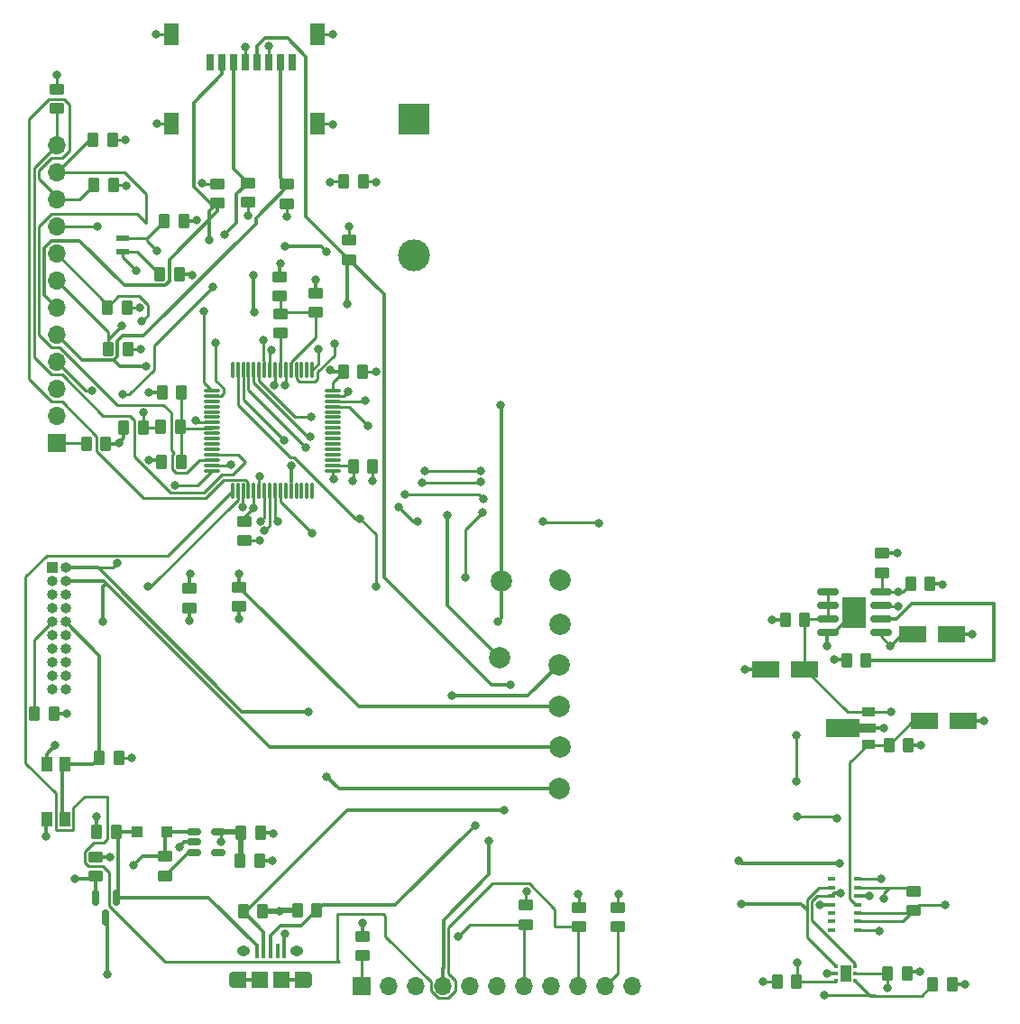
<source format=gbr>
%TF.GenerationSoftware,KiCad,Pcbnew,7.0.7*%
%TF.CreationDate,2024-05-08T11:13:52-07:00*%
%TF.ProjectId,Final_Project_Sutton_Yazzolino,46696e61-6c5f-4507-926f-6a6563745f53,rev?*%
%TF.SameCoordinates,Original*%
%TF.FileFunction,Copper,L1,Top*%
%TF.FilePolarity,Positive*%
%FSLAX46Y46*%
G04 Gerber Fmt 4.6, Leading zero omitted, Abs format (unit mm)*
G04 Created by KiCad (PCBNEW 7.0.7) date 2024-05-08 11:13:52*
%MOMM*%
%LPD*%
G01*
G04 APERTURE LIST*
G04 Aperture macros list*
%AMRoundRect*
0 Rectangle with rounded corners*
0 $1 Rounding radius*
0 $2 $3 $4 $5 $6 $7 $8 $9 X,Y pos of 4 corners*
0 Add a 4 corners polygon primitive as box body*
4,1,4,$2,$3,$4,$5,$6,$7,$8,$9,$2,$3,0*
0 Add four circle primitives for the rounded corners*
1,1,$1+$1,$2,$3*
1,1,$1+$1,$4,$5*
1,1,$1+$1,$6,$7*
1,1,$1+$1,$8,$9*
0 Add four rect primitives between the rounded corners*
20,1,$1+$1,$2,$3,$4,$5,0*
20,1,$1+$1,$4,$5,$6,$7,0*
20,1,$1+$1,$6,$7,$8,$9,0*
20,1,$1+$1,$8,$9,$2,$3,0*%
%AMFreePoly0*
4,1,9,3.862500,-0.866500,0.737500,-0.866500,0.737500,-0.450000,-0.737500,-0.450000,-0.737500,0.450000,0.737500,0.450000,0.737500,0.866500,3.862500,0.866500,3.862500,-0.866500,3.862500,-0.866500,$1*%
G04 Aperture macros list end*
%TA.AperFunction,SMDPad,CuDef*%
%ADD10RoundRect,0.250000X-0.262500X-0.450000X0.262500X-0.450000X0.262500X0.450000X-0.262500X0.450000X0*%
%TD*%
%TA.AperFunction,SMDPad,CuDef*%
%ADD11RoundRect,0.250000X0.450000X-0.262500X0.450000X0.262500X-0.450000X0.262500X-0.450000X-0.262500X0*%
%TD*%
%TA.AperFunction,ComponentPad*%
%ADD12C,2.000000*%
%TD*%
%TA.AperFunction,SMDPad,CuDef*%
%ADD13RoundRect,0.250000X0.262500X0.450000X-0.262500X0.450000X-0.262500X-0.450000X0.262500X-0.450000X0*%
%TD*%
%TA.AperFunction,SMDPad,CuDef*%
%ADD14R,0.400000X1.350000*%
%TD*%
%TA.AperFunction,ComponentPad*%
%ADD15O,0.890000X1.550000*%
%TD*%
%TA.AperFunction,SMDPad,CuDef*%
%ADD16R,1.200000X1.550000*%
%TD*%
%TA.AperFunction,ComponentPad*%
%ADD17O,1.250000X0.950000*%
%TD*%
%TA.AperFunction,SMDPad,CuDef*%
%ADD18R,1.500000X1.550000*%
%TD*%
%TA.AperFunction,ComponentPad*%
%ADD19R,1.700000X1.700000*%
%TD*%
%TA.AperFunction,ComponentPad*%
%ADD20O,1.700000X1.700000*%
%TD*%
%TA.AperFunction,SMDPad,CuDef*%
%ADD21RoundRect,0.250000X-0.450000X0.262500X-0.450000X-0.262500X0.450000X-0.262500X0.450000X0.262500X0*%
%TD*%
%TA.AperFunction,SMDPad,CuDef*%
%ADD22RoundRect,0.250000X1.050000X0.550000X-1.050000X0.550000X-1.050000X-0.550000X1.050000X-0.550000X0*%
%TD*%
%TA.AperFunction,SMDPad,CuDef*%
%ADD23RoundRect,0.150000X-0.825000X-0.150000X0.825000X-0.150000X0.825000X0.150000X-0.825000X0.150000X0*%
%TD*%
%TA.AperFunction,SMDPad,CuDef*%
%ADD24R,2.290000X3.000000*%
%TD*%
%TA.AperFunction,SMDPad,CuDef*%
%ADD25RoundRect,0.075000X-0.662500X-0.075000X0.662500X-0.075000X0.662500X0.075000X-0.662500X0.075000X0*%
%TD*%
%TA.AperFunction,SMDPad,CuDef*%
%ADD26RoundRect,0.075000X-0.075000X-0.662500X0.075000X-0.662500X0.075000X0.662500X-0.075000X0.662500X0*%
%TD*%
%TA.AperFunction,SMDPad,CuDef*%
%ADD27R,0.800000X1.500000*%
%TD*%
%TA.AperFunction,SMDPad,CuDef*%
%ADD28R,1.450000X2.000000*%
%TD*%
%TA.AperFunction,SMDPad,CuDef*%
%ADD29RoundRect,0.250000X-1.050000X-0.550000X1.050000X-0.550000X1.050000X0.550000X-1.050000X0.550000X0*%
%TD*%
%TA.AperFunction,ComponentPad*%
%ADD30R,1.000000X1.000000*%
%TD*%
%TA.AperFunction,ComponentPad*%
%ADD31O,1.000000X1.000000*%
%TD*%
%TA.AperFunction,ComponentPad*%
%ADD32R,3.000000X3.000000*%
%TD*%
%TA.AperFunction,ComponentPad*%
%ADD33C,3.000000*%
%TD*%
%TA.AperFunction,SMDPad,CuDef*%
%ADD34R,1.200000X0.600000*%
%TD*%
%TA.AperFunction,SMDPad,CuDef*%
%ADD35R,1.300000X0.900000*%
%TD*%
%TA.AperFunction,SMDPad,CuDef*%
%ADD36FreePoly0,180.000000*%
%TD*%
%TA.AperFunction,SMDPad,CuDef*%
%ADD37RoundRect,0.093750X-0.093750X-0.106250X0.093750X-0.106250X0.093750X0.106250X-0.093750X0.106250X0*%
%TD*%
%TA.AperFunction,SMDPad,CuDef*%
%ADD38R,1.000000X1.600000*%
%TD*%
%TA.AperFunction,SMDPad,CuDef*%
%ADD39RoundRect,0.250000X0.300000X0.300000X-0.300000X0.300000X-0.300000X-0.300000X0.300000X-0.300000X0*%
%TD*%
%TA.AperFunction,SMDPad,CuDef*%
%ADD40RoundRect,0.087500X-0.287500X-0.087500X0.287500X-0.087500X0.287500X0.087500X-0.287500X0.087500X0*%
%TD*%
%TA.AperFunction,SMDPad,CuDef*%
%ADD41RoundRect,0.150000X-0.150000X0.587500X-0.150000X-0.587500X0.150000X-0.587500X0.150000X0.587500X0*%
%TD*%
%TA.AperFunction,SMDPad,CuDef*%
%ADD42RoundRect,0.150000X-0.512500X-0.150000X0.512500X-0.150000X0.512500X0.150000X-0.512500X0.150000X0*%
%TD*%
%TA.AperFunction,SMDPad,CuDef*%
%ADD43R,1.000000X1.450000*%
%TD*%
%TA.AperFunction,ViaPad*%
%ADD44C,0.800000*%
%TD*%
%TA.AperFunction,Conductor*%
%ADD45C,0.304800*%
%TD*%
%TA.AperFunction,Conductor*%
%ADD46C,0.250000*%
%TD*%
%TA.AperFunction,Conductor*%
%ADD47C,0.508000*%
%TD*%
G04 APERTURE END LIST*
D10*
%TO.P,C8,1*%
%TO.N,+3.3V*%
X131500000Y-94000000D03*
%TO.P,C8,2*%
%TO.N,GND*%
X133325000Y-94000000D03*
%TD*%
D11*
%TO.P,R15,1*%
%TO.N,/SPI_MOSI*%
X118750000Y-69312500D03*
%TO.P,R15,2*%
%TO.N,+3.3V*%
X118750000Y-67487500D03*
%TD*%
D10*
%TO.P,C25,1*%
%TO.N,+3.3V*%
X181675000Y-141575000D03*
%TO.P,C25,2*%
%TO.N,GND*%
X183500000Y-141575000D03*
%TD*%
D12*
%TO.P,Ie1,1,1*%
%TO.N,/I2C-DIO*%
X150825000Y-112600000D03*
%TD*%
D13*
%TO.P,FB1,1*%
%TO.N,/VDDA*%
X115250000Y-90325000D03*
%TO.P,FB1,2*%
%TO.N,+3.3V*%
X113425000Y-90325000D03*
%TD*%
D14*
%TO.P,J2,1,VBUS*%
%TO.N,VBUS*%
X122425000Y-139475000D03*
%TO.P,J2,2,D-*%
%TO.N,/USB_D-*%
X123075000Y-139475000D03*
%TO.P,J2,3,D+*%
%TO.N,/USB_D+*%
X123725000Y-139475000D03*
%TO.P,J2,4,ID*%
%TO.N,unconnected-(J2-ID-Pad4)*%
X124375000Y-139475000D03*
%TO.P,J2,5,GND*%
%TO.N,GND*%
X125025000Y-139475000D03*
D15*
%TO.P,J2,6,Shield*%
X120225000Y-142175000D03*
D16*
X120825000Y-142175000D03*
D17*
X121225000Y-139475000D03*
D18*
X122725000Y-142175000D03*
X124725000Y-142175000D03*
D17*
X126225000Y-139475000D03*
D16*
X126625000Y-142175000D03*
D15*
X127225000Y-142175000D03*
%TD*%
D19*
%TO.P,LEDmodule1,1,Vin*%
%TO.N,+3.3V*%
X132325000Y-142750000D03*
D20*
%TO.P,LEDmodule1,2,3V*%
%TO.N,unconnected-(LEDmodule1-3V-Pad2)*%
X134865000Y-142750000D03*
%TO.P,LEDmodule1,3,GND*%
%TO.N,GND*%
X137405000Y-142750000D03*
%TO.P,LEDmodule1,4,SCK*%
%TO.N,/SPI-CLK*%
X139945000Y-142750000D03*
%TO.P,LEDmodule1,5,MISO*%
%TO.N,/SPI_MISO*%
X142485000Y-142750000D03*
%TO.P,LEDmodule1,6,MOSI*%
%TO.N,/SPI_MOSI*%
X145025000Y-142750000D03*
%TO.P,LEDmodule1,7,TFTCS*%
%TO.N,/LED_TFTCS*%
X147565000Y-142750000D03*
%TO.P,LEDmodule1,8,RST*%
%TO.N,/LEDreset(unconnected)*%
X150105000Y-142750000D03*
%TO.P,LEDmodule1,9,DC*%
%TO.N,/LED_DC*%
X152645000Y-142750000D03*
%TO.P,LEDmodule1,10,SDCS*%
%TO.N,/LED_SDCS*%
X155185000Y-142750000D03*
%TO.P,LEDmodule1,11,LIT*%
%TO.N,/LED_LIT(unconnected)*%
X157725000Y-142750000D03*
%TD*%
D10*
%TO.P,C16,1*%
%TO.N,Net-(U3-PA01)*%
X113350000Y-75975000D03*
%TO.P,C16,2*%
%TO.N,GND*%
X115175000Y-75975000D03*
%TD*%
D13*
%TO.P,C13,1*%
%TO.N,/VDDA*%
X115375000Y-87075000D03*
%TO.P,C13,2*%
%TO.N,GND*%
X113550000Y-87075000D03*
%TD*%
D21*
%TO.P,C11,1*%
%TO.N,+3.3V*%
X121290000Y-99147500D03*
%TO.P,C11,2*%
%TO.N,GND*%
X121290000Y-100972500D03*
%TD*%
D19*
%TO.P,WifiModule1,1,Vin*%
%TO.N,+3.3V*%
X103650000Y-91825000D03*
D20*
%TO.P,WifiModule1,2,3V*%
%TO.N,unconnected-(WifiModule1-3V-Pad2)*%
X103650000Y-89285000D03*
%TO.P,WifiModule1,3,GND*%
%TO.N,GND*%
X103650000Y-86745000D03*
%TO.P,WifiModule1,4,SCK*%
%TO.N,/SPI-CLK*%
X103650000Y-84205000D03*
%TO.P,WifiModule1,5,MISO*%
%TO.N,/SPI_MISO*%
X103650000Y-81665000D03*
%TO.P,WifiModule1,6,MOSI*%
%TO.N,/SPI_MOSI*%
X103650000Y-79125000D03*
%TO.P,WifiModule1,7,CS*%
%TO.N,/Wifi_CS*%
X103650000Y-76585000D03*
%TO.P,WifiModule1,8,BUSY*%
%TO.N,/Wifi_BUSY*%
X103650000Y-74045000D03*
%TO.P,WifiModule1,9,RST*%
%TO.N,/reset*%
X103650000Y-71505000D03*
%TO.P,WifiModule1,10,GP0*%
%TO.N,/Wifi_GPO*%
X103650000Y-68965000D03*
%TO.P,WifiModule1,11,RXI*%
%TO.N,/Wifi_RXI*%
X103650000Y-66425000D03*
%TO.P,WifiModule1,12,TXO*%
%TO.N,/Wifi_TXO*%
X103650000Y-63885000D03*
%TD*%
D11*
%TO.P,R19,1*%
%TO.N,/LED_DC*%
X152675000Y-137225000D03*
%TO.P,R19,2*%
%TO.N,+3.3V*%
X152675000Y-135400000D03*
%TD*%
D21*
%TO.P,L1,1,1*%
%TO.N,Net-(U3-VDDCORE)*%
X124625000Y-79700000D03*
%TO.P,L1,2,2*%
%TO.N,Net-(U3-VSW)*%
X124625000Y-81525000D03*
%TD*%
%TO.P,R3,1*%
%TO.N,/PulseOx_INT*%
X184100000Y-133875000D03*
%TO.P,R3,2*%
%TO.N,Net-(LDO1.8V1-VI)*%
X184100000Y-135700000D03*
%TD*%
D22*
%TO.P,C5,1*%
%TO.N,Net-(LDO1.8V1-VI)*%
X173845000Y-113035000D03*
%TO.P,C5,2*%
%TO.N,GND*%
X170245000Y-113035000D03*
%TD*%
D10*
%TO.P,C14,1*%
%TO.N,+3.3V*%
X106425000Y-91875000D03*
%TO.P,C14,2*%
%TO.N,GND*%
X108250000Y-91875000D03*
%TD*%
D13*
%TO.P,R13,1*%
%TO.N,GND*%
X187700000Y-142625000D03*
%TO.P,R13,2*%
%TO.N,/TempSensor_ADDR*%
X185875000Y-142625000D03*
%TD*%
D11*
%TO.P,C15,2*%
%TO.N,GND*%
X132350000Y-138100000D03*
%TO.P,C15,1*%
%TO.N,+3.3V*%
X132350000Y-139925000D03*
%TD*%
D10*
%TO.P,C17,1*%
%TO.N,Net-(U3-PA00)*%
X113775000Y-70950000D03*
%TO.P,C17,2*%
%TO.N,GND*%
X115600000Y-70950000D03*
%TD*%
D23*
%TO.P,LDO3.3V1,1,VOUT*%
%TO.N,Net-(LDO1.8V1-VI)*%
X176075000Y-105805000D03*
%TO.P,LDO3.3V1,2,VOUT*%
X176075000Y-107075000D03*
%TO.P,LDO3.3V1,3,SENSE/ADJ*%
X176075000Y-108345000D03*
%TO.P,LDO3.3V1,4,GND*%
%TO.N,GND*%
X176075000Y-109615000D03*
%TO.P,LDO3.3V1,5,EN*%
%TO.N,+3.3V*%
X181025000Y-109615000D03*
%TO.P,LDO3.3V1,6,SS*%
%TO.N,Net-(LDO3.3V1-SS)*%
X181025000Y-108345000D03*
%TO.P,LDO3.3V1,7,VIN*%
%TO.N,+3.3V*%
X181025000Y-107075000D03*
%TO.P,LDO3.3V1,8,VIN*%
X181025000Y-105805000D03*
D24*
%TO.P,LDO3.3V1,9,GND*%
%TO.N,GND*%
X178550000Y-107710000D03*
%TD*%
D25*
%TO.P,U3,1,PA00*%
%TO.N,Net-(U3-PA00)*%
X118237500Y-86900000D03*
%TO.P,U3,2,PA01*%
%TO.N,Net-(U3-PA01)*%
X118237500Y-87400000D03*
%TO.P,U3,3,PA02*%
%TO.N,unconnected-(U3-PA02-Pad3)*%
X118237500Y-87900000D03*
%TO.P,U3,4,PA03*%
%TO.N,unconnected-(U3-PA03-Pad4)*%
X118237500Y-88400000D03*
%TO.P,U3,5,PB04*%
%TO.N,unconnected-(U3-PB04-Pad5)*%
X118237500Y-88900000D03*
%TO.P,U3,6,PB05*%
%TO.N,unconnected-(U3-PB05-Pad6)*%
X118237500Y-89400000D03*
%TO.P,U3,7,GNDANA*%
%TO.N,GND*%
X118237500Y-89900000D03*
%TO.P,U3,8,VDDANA*%
%TO.N,/VDDA*%
X118237500Y-90400000D03*
%TO.P,U3,9,PB06*%
%TO.N,unconnected-(U3-PB06-Pad9)*%
X118237500Y-90900000D03*
%TO.P,U3,10,PB07*%
%TO.N,unconnected-(U3-PB07-Pad10)*%
X118237500Y-91400000D03*
%TO.P,U3,11,PB08*%
%TO.N,unconnected-(U3-PB08-Pad11)*%
X118237500Y-91900000D03*
%TO.P,U3,12,PB09*%
%TO.N,unconnected-(U3-PB09-Pad12)*%
X118237500Y-92400000D03*
%TO.P,U3,13,PA04*%
%TO.N,/Wifi_TXO*%
X118237500Y-92900000D03*
%TO.P,U3,14,PA05*%
%TO.N,/Wifi_RXI*%
X118237500Y-93400000D03*
%TO.P,U3,15,PA06*%
%TO.N,/Wifi_BUSY*%
X118237500Y-93900000D03*
%TO.P,U3,16,PA07*%
%TO.N,/Wifi_CS*%
X118237500Y-94400000D03*
D26*
%TO.P,U3,17,PA08*%
%TO.N,/LED_DC*%
X120150000Y-96312500D03*
%TO.P,U3,18,PA09*%
%TO.N,/LED_TFTCS*%
X120650000Y-96312500D03*
%TO.P,U3,19,PA10*%
%TO.N,/LED_SDCS*%
X121150000Y-96312500D03*
%TO.P,U3,20,PA11*%
%TO.N,/Wifi_GPO*%
X121650000Y-96312500D03*
%TO.P,U3,21,VDDIOB*%
%TO.N,+3.3V*%
X122150000Y-96312500D03*
%TO.P,U3,22,GND*%
%TO.N,GND*%
X122650000Y-96312500D03*
%TO.P,U3,23,PB10*%
%TO.N,Net-(JP5-A)*%
X123150000Y-96312500D03*
%TO.P,U3,24,PB11*%
%TO.N,Net-(JP6-A)*%
X123650000Y-96312500D03*
%TO.P,U3,25,PB12*%
%TO.N,Net-(JP4-A)*%
X124150000Y-96312500D03*
%TO.P,U3,26,PB13*%
%TO.N,Net-(JP3-A)*%
X124650000Y-96312500D03*
%TO.P,U3,27,PB14*%
%TO.N,unconnected-(U3-PB14-Pad27)*%
X125150000Y-96312500D03*
%TO.P,U3,28,PB15*%
%TO.N,/SD_CMD*%
X125650000Y-96312500D03*
%TO.P,U3,29,PA12*%
%TO.N,unconnected-(U3-PA12-Pad29)*%
X126150000Y-96312500D03*
%TO.P,U3,30,PA13*%
%TO.N,unconnected-(U3-PA13-Pad30)*%
X126650000Y-96312500D03*
%TO.P,U3,31,PA14*%
%TO.N,unconnected-(U3-PA14-Pad31)*%
X127150000Y-96312500D03*
%TO.P,U3,32,PA15*%
%TO.N,unconnected-(U3-PA15-Pad32)*%
X127650000Y-96312500D03*
D25*
%TO.P,U3,33,GND*%
%TO.N,GND*%
X129562500Y-94400000D03*
%TO.P,U3,34,VDDIO*%
%TO.N,+3.3V*%
X129562500Y-93900000D03*
%TO.P,U3,35,PA16*%
%TO.N,unconnected-(U3-PA16-Pad35)*%
X129562500Y-93400000D03*
%TO.P,U3,36,PA17*%
%TO.N,unconnected-(U3-PA17-Pad36)*%
X129562500Y-92900000D03*
%TO.P,U3,37,PA18*%
%TO.N,unconnected-(U3-PA18-Pad37)*%
X129562500Y-92400000D03*
%TO.P,U3,38,PA19*%
%TO.N,unconnected-(U3-PA19-Pad38)*%
X129562500Y-91900000D03*
%TO.P,U3,39,PB16*%
%TO.N,unconnected-(U3-PB16-Pad39)*%
X129562500Y-91400000D03*
%TO.P,U3,40,PB17*%
%TO.N,unconnected-(U3-PB17-Pad40)*%
X129562500Y-90900000D03*
%TO.P,U3,41,PA20*%
%TO.N,unconnected-(U3-PA20-Pad41)*%
X129562500Y-90400000D03*
%TO.P,U3,42,PA21*%
%TO.N,unconnected-(U3-PA21-Pad42)*%
X129562500Y-89900000D03*
%TO.P,U3,43,PA22*%
%TO.N,unconnected-(U3-PA22-Pad43)*%
X129562500Y-89400000D03*
%TO.P,U3,44,PA23*%
%TO.N,unconnected-(U3-PA23-Pad44)*%
X129562500Y-88900000D03*
%TO.P,U3,45,PA24*%
%TO.N,Net-(JP10-B)*%
X129562500Y-88400000D03*
%TO.P,U3,46,PA25*%
%TO.N,Net-(JP11-B)*%
X129562500Y-87900000D03*
%TO.P,U3,47,GND*%
%TO.N,GND*%
X129562500Y-87400000D03*
%TO.P,U3,48,VDDIO*%
%TO.N,+3.3V*%
X129562500Y-86900000D03*
D26*
%TO.P,U3,49,PB22*%
%TO.N,Net-(JP7-A)*%
X127650000Y-84987500D03*
%TO.P,U3,50,PB23*%
%TO.N,unconnected-(U3-PB23-Pad50)*%
X127150000Y-84987500D03*
%TO.P,U3,51,PA27*%
%TO.N,unconnected-(U3-PA27-Pad51)*%
X126650000Y-84987500D03*
%TO.P,U3,52,~{RESET}*%
%TO.N,/reset*%
X126150000Y-84987500D03*
%TO.P,U3,53,VDDCORE*%
%TO.N,Net-(U3-VDDCORE)*%
X125650000Y-84987500D03*
%TO.P,U3,54,GND*%
%TO.N,GND*%
X125150000Y-84987500D03*
%TO.P,U3,55,VSW*%
%TO.N,Net-(U3-VSW)*%
X124650000Y-84987500D03*
%TO.P,U3,56,VDDIO*%
%TO.N,+3.3V*%
X124150000Y-84987500D03*
%TO.P,U3,57,PA30*%
%TO.N,Net-(JP8-B)*%
X123650000Y-84987500D03*
%TO.P,U3,58,PA31*%
%TO.N,Net-(JP9-B)*%
X123150000Y-84987500D03*
%TO.P,U3,59,PB30*%
%TO.N,/TempSensor_INT*%
X122650000Y-84987500D03*
%TO.P,U3,60,PB31*%
%TO.N,/TempSensor_ADDR*%
X122150000Y-84987500D03*
%TO.P,U3,61,PB00*%
%TO.N,/PulseOx_RD*%
X121650000Y-84987500D03*
%TO.P,U3,62,PB01*%
%TO.N,/PulseOx_IRD*%
X121150000Y-84987500D03*
%TO.P,U3,63,PB02*%
%TO.N,/PulseOx_INT*%
X120650000Y-84987500D03*
%TO.P,U3,64,PB03*%
%TO.N,unconnected-(U3-PB03-Pad64)*%
X120150000Y-84987500D03*
%TD*%
D10*
%TO.P,R17,1*%
%TO.N,/Wifi_CS*%
X108500000Y-82975000D03*
%TO.P,R17,2*%
%TO.N,+3.3V*%
X110325000Y-82975000D03*
%TD*%
D21*
%TO.P,R24,1*%
%TO.N,+3.3V*%
X156350000Y-135400000D03*
%TO.P,R24,2*%
%TO.N,/LED_SDCS*%
X156350000Y-137225000D03*
%TD*%
D13*
%TO.P,C6,1*%
%TO.N,GND*%
X183600000Y-120150000D03*
%TO.P,C6,2*%
%TO.N,Net-(LDO1.8V1-VO)*%
X181775000Y-120150000D03*
%TD*%
D21*
%TO.P,C18,1*%
%TO.N,GND*%
X107325000Y-130650000D03*
%TO.P,C18,2*%
%TO.N,Net-(D2-K)*%
X107325000Y-132475000D03*
%TD*%
D10*
%TO.P,C2,1*%
%TO.N,+3.3V*%
X183820000Y-105060000D03*
%TO.P,C2,2*%
%TO.N,GND*%
X185645000Y-105060000D03*
%TD*%
%TO.P,C19,1*%
%TO.N,+3.3V*%
X120875000Y-130975000D03*
%TO.P,C19,2*%
%TO.N,GND*%
X122700000Y-130975000D03*
%TD*%
D27*
%TO.P,J1,1,DAT2*%
%TO.N,unconnected-(J1-DAT2-Pad1)*%
X118075000Y-56100000D03*
%TO.P,J1,2,DAT3/CD*%
%TO.N,/SPI_MOSI*%
X119175000Y-56100000D03*
%TO.P,J1,3,CMD*%
%TO.N,/SD_CMD*%
X120275000Y-56100000D03*
%TO.P,J1,4,VDD*%
%TO.N,+3.3V*%
X121375000Y-56100000D03*
%TO.P,J1,5,CLK*%
%TO.N,/SPI-CLK*%
X122475000Y-56100000D03*
%TO.P,J1,6,VSS*%
%TO.N,GND*%
X123575000Y-56100000D03*
%TO.P,J1,7,DAT0*%
%TO.N,/SPI_MISO*%
X124675000Y-56100000D03*
%TO.P,J1,8,DAT1*%
%TO.N,unconnected-(J1-DAT1-Pad8)*%
X125775000Y-56100000D03*
D28*
%TO.P,J1,9,SHIELD*%
%TO.N,GND*%
X114400000Y-53500000D03*
X114400000Y-61800000D03*
X128150000Y-53500000D03*
X128150000Y-61800000D03*
%TD*%
D12*
%TO.P,USB_D+1,1,1*%
%TO.N,/USB_D+*%
X145375000Y-104750000D03*
%TD*%
D29*
%TO.P,C7,1*%
%TO.N,Net-(LDO1.8V1-VO)*%
X185125000Y-117900000D03*
%TO.P,C7,2*%
%TO.N,GND*%
X188725000Y-117900000D03*
%TD*%
D30*
%TO.P,J3,1,VTref*%
%TO.N,+3.3V*%
X103200000Y-103525000D03*
D31*
%TO.P,J3,2,SWDIO/TMS*%
%TO.N,/I2C-SWDIO*%
X104470000Y-103525000D03*
%TO.P,J3,3,GND*%
%TO.N,GND*%
X103200000Y-104795000D03*
%TO.P,J3,4,SWDCLK/TCK*%
%TO.N,/I2C-SWCLK*%
X104470000Y-104795000D03*
%TO.P,J3,5,GND*%
%TO.N,GND*%
X103200000Y-106065000D03*
%TO.P,J3,6,SWO/TDO*%
%TO.N,unconnected-(J3-SWO{slash}TDO-Pad6)*%
X104470000Y-106065000D03*
%TO.P,J3,7,KEY*%
%TO.N,unconnected-(J3-KEY-Pad7)*%
X103200000Y-107335000D03*
%TO.P,J3,8,NC/TDI*%
%TO.N,unconnected-(J3-NC{slash}TDI-Pad8)*%
X104470000Y-107335000D03*
%TO.P,J3,9,GNDDetect*%
%TO.N,Net-(J3-GNDDetect)*%
X103200000Y-108605000D03*
%TO.P,J3,10,~{RESET}*%
%TO.N,/reset*%
X104470000Y-108605000D03*
%TO.P,J3,11*%
%TO.N,N/C*%
X103200000Y-109875000D03*
%TO.P,J3,12*%
X104470000Y-109875000D03*
%TO.P,J3,13*%
X103200000Y-111145000D03*
%TO.P,J3,14*%
X104470000Y-111145000D03*
%TO.P,J3,15*%
X103200000Y-112415000D03*
%TO.P,J3,16*%
X104470000Y-112415000D03*
%TO.P,J3,17*%
X103200000Y-113685000D03*
%TO.P,J3,18*%
X104470000Y-113685000D03*
%TO.P,J3,19*%
X103200000Y-114955000D03*
%TO.P,J3,20*%
X104470000Y-114955000D03*
%TD*%
D10*
%TO.P,R5,1*%
%TO.N,+3.3V*%
X171275000Y-142350000D03*
%TO.P,R5,2*%
%TO.N,/TempSensor_INT*%
X173100000Y-142350000D03*
%TD*%
D13*
%TO.P,C3,1*%
%TO.N,Net-(LDO3.3V1-SS)*%
X179645000Y-112235000D03*
%TO.P,C3,2*%
%TO.N,GND*%
X177820000Y-112235000D03*
%TD*%
D32*
%TO.P,BT1,1,+*%
%TO.N,+BATT*%
X137175000Y-61400000D03*
D33*
%TO.P,BT1,2,-*%
%TO.N,GND*%
X137175000Y-74200000D03*
%TD*%
D34*
%TO.P,Y1,1,1*%
%TO.N,Net-(U3-PA00)*%
X109825000Y-72625000D03*
%TO.P,Y1,2,2*%
%TO.N,Net-(U3-PA01)*%
X109825000Y-73825000D03*
%TD*%
D10*
%TO.P,R16,1*%
%TO.N,/Wifi_BUSY*%
X108425000Y-79075000D03*
%TO.P,R16,2*%
%TO.N,+3.3V*%
X110250000Y-79075000D03*
%TD*%
%TO.P,R2,1*%
%TO.N,/Wifi_RXI*%
X107075000Y-63400000D03*
%TO.P,R2,2*%
%TO.N,+3.3V*%
X108900000Y-63400000D03*
%TD*%
D11*
%TO.P,R4,1*%
%TO.N,/Wifi_TXO*%
X103625000Y-60425000D03*
%TO.P,R4,2*%
%TO.N,+3.3V*%
X103625000Y-58600000D03*
%TD*%
D21*
%TO.P,R14,1*%
%TO.N,/SD_CMD*%
X121600000Y-67425000D03*
%TO.P,R14,2*%
%TO.N,+3.3V*%
X121600000Y-69250000D03*
%TD*%
D12*
%TO.P,TP1,1,1*%
%TO.N,/SPI_MISO*%
X150950000Y-104700000D03*
%TD*%
D10*
%TO.P,C4,1*%
%TO.N,GND*%
X172045000Y-108410000D03*
%TO.P,C4,2*%
%TO.N,Net-(LDO1.8V1-VI)*%
X173870000Y-108410000D03*
%TD*%
D12*
%TO.P,TP4,1,1*%
%TO.N,/I2C-CLK*%
X150825000Y-116575000D03*
%TD*%
D11*
%TO.P,R18,1*%
%TO.N,/LED_TFTCS*%
X147725000Y-137025000D03*
%TO.P,R18,2*%
%TO.N,+3.3V*%
X147725000Y-135200000D03*
%TD*%
D10*
%TO.P,R6,1*%
%TO.N,/reset*%
X107650000Y-121325000D03*
%TO.P,R6,2*%
%TO.N,+3.3V*%
X109475000Y-121325000D03*
%TD*%
D35*
%TO.P,LDO1.8V1,1,VO*%
%TO.N,Net-(LDO1.8V1-VO)*%
X179875000Y-120075000D03*
D36*
%TO.P,LDO1.8V1,2,GND*%
%TO.N,GND*%
X179787500Y-118575000D03*
D35*
%TO.P,LDO1.8V1,3,VI*%
%TO.N,Net-(LDO1.8V1-VI)*%
X179875000Y-117075000D03*
%TD*%
D37*
%TO.P,U2,1,SCL*%
%TO.N,/I2C-CLK*%
X176837500Y-140950000D03*
%TO.P,U2,2,GND*%
%TO.N,GND*%
X176837500Y-141600000D03*
%TO.P,U2,3,ALERT*%
%TO.N,/TempSensor_INT*%
X176837500Y-142250000D03*
%TO.P,U2,4,ADD0*%
%TO.N,/TempSensor_ADDR*%
X178612500Y-142250000D03*
%TO.P,U2,5,V+*%
%TO.N,+3.3V*%
X178612500Y-141600000D03*
%TO.P,U2,6,SDA*%
%TO.N,/I2C-DIO*%
X178612500Y-140950000D03*
D38*
%TO.P,U2,7*%
%TO.N,N/C*%
X177725000Y-141600000D03*
%TD*%
D21*
%TO.P,R12,1*%
%TO.N,/SPI_MISO*%
X125275000Y-67525000D03*
%TO.P,R12,2*%
%TO.N,+3.3V*%
X125275000Y-69350000D03*
%TD*%
D10*
%TO.P,R7,1*%
%TO.N,Net-(J3-GNDDetect)*%
X101575000Y-117175000D03*
%TO.P,R7,2*%
%TO.N,GND*%
X103400000Y-117175000D03*
%TD*%
D11*
%TO.P,R10,1*%
%TO.N,+3.3V*%
X116140000Y-107285000D03*
%TO.P,R10,2*%
%TO.N,/I2C-DIO*%
X116140000Y-105460000D03*
%TD*%
%TO.P,C24,1*%
%TO.N,+3.3V*%
X181175000Y-103975000D03*
%TO.P,C24,2*%
%TO.N,GND*%
X181175000Y-102150000D03*
%TD*%
D39*
%TO.P,D2,1,K*%
%TO.N,Net-(D2-K)*%
X114025000Y-128300000D03*
%TO.P,D2,2,A*%
%TO.N,VBUS*%
X111225000Y-128300000D03*
%TD*%
D10*
%TO.P,C23,1*%
%TO.N,+3.3V*%
X130600000Y-67300000D03*
%TO.P,C23,2*%
%TO.N,GND*%
X132425000Y-67300000D03*
%TD*%
D29*
%TO.P,C1,1*%
%TO.N,+3.3V*%
X184020000Y-109760000D03*
%TO.P,C1,2*%
%TO.N,GND*%
X187620000Y-109760000D03*
%TD*%
D12*
%TO.P,TP5,1,1*%
%TO.N,/I2C-SWCLK*%
X150900000Y-120350000D03*
%TD*%
D40*
%TO.P,U1,1,NC*%
%TO.N,unconnected-(U1-NC-Pad1)*%
X176425000Y-132725000D03*
%TO.P,U1,2,SCL*%
%TO.N,/I2C-CLK*%
X176425000Y-133525000D03*
%TO.P,U1,3,SDA*%
%TO.N,/I2C-DIO*%
X176425000Y-134325000D03*
%TO.P,U1,4,PGND*%
%TO.N,GND*%
X176425000Y-135125000D03*
%TO.P,U1,5,NC*%
%TO.N,unconnected-(U1-NC-Pad5)*%
X176425000Y-135925000D03*
%TO.P,U1,6,NC*%
%TO.N,unconnected-(U1-NC-Pad6)*%
X176425000Y-136725000D03*
%TO.P,U1,7,NC*%
%TO.N,unconnected-(U1-NC-Pad7)*%
X176425000Y-137525000D03*
%TO.P,U1,8,IR_DRV*%
%TO.N,Net-(JP1-A)*%
X178825000Y-137525000D03*
%TO.P,U1,9,IR_LED+*%
%TO.N,Net-(LDO1.8V1-VI)*%
X178825000Y-136725000D03*
%TO.P,U1,10,eR_LED+*%
X178825000Y-135925000D03*
%TO.P,U1,11,VDD*%
%TO.N,Net-(LDO1.8V1-VO)*%
X178825000Y-135125000D03*
%TO.P,U1,12,GND*%
%TO.N,GND*%
X178825000Y-134325000D03*
%TO.P,U1,13,~{INT}*%
%TO.N,/PulseOx_INT*%
X178825000Y-133525000D03*
%TO.P,U1,14,eR_DRV*%
%TO.N,Net-(JP2-A)*%
X178825000Y-132725000D03*
%TD*%
D21*
%TO.P,R1,1*%
%TO.N,+3.3V*%
X131125000Y-72800000D03*
%TO.P,R1,2*%
%TO.N,/SPI-CLK*%
X131125000Y-74625000D03*
%TD*%
D11*
%TO.P,R11,1*%
%TO.N,+3.3V*%
X120810000Y-107155000D03*
%TO.P,R11,2*%
%TO.N,/I2C-CLK*%
X120810000Y-105330000D03*
%TD*%
D13*
%TO.P,R8,1*%
%TO.N,VBUS*%
X109250000Y-128325000D03*
%TO.P,R8,2*%
%TO.N,GND*%
X107425000Y-128325000D03*
%TD*%
D41*
%TO.P,Q1,1,G*%
%TO.N,VBUS*%
X109225000Y-134450000D03*
%TO.P,Q1,2,S*%
%TO.N,Net-(D2-K)*%
X107325000Y-134450000D03*
%TO.P,Q1,3,D*%
%TO.N,+BATT*%
X108275000Y-136325000D03*
%TD*%
D21*
%TO.P,C22,1*%
%TO.N,GND*%
X127950000Y-77750000D03*
%TO.P,C22,2*%
%TO.N,Net-(U3-VDDCORE)*%
X127950000Y-79575000D03*
%TD*%
D13*
%TO.P,R21,1*%
%TO.N,/USB_D+*%
X128075000Y-135675000D03*
%TO.P,R21,2*%
%TO.N,+3.3V*%
X126250000Y-135675000D03*
%TD*%
D12*
%TO.P,TP2,1,1*%
%TO.N,/SPI_MOSI*%
X150900000Y-108825000D03*
%TD*%
D10*
%TO.P,C9,1*%
%TO.N,+3.3V*%
X130575000Y-85150000D03*
%TO.P,C9,2*%
%TO.N,GND*%
X132400000Y-85150000D03*
%TD*%
D42*
%TO.P,U4,1,VIN*%
%TO.N,Net-(D2-K)*%
X116575000Y-128325000D03*
%TO.P,U4,2,GND*%
%TO.N,GND*%
X116575000Y-129275000D03*
%TO.P,U4,3,EN*%
%TO.N,Net-(U4-EN)*%
X116575000Y-130225000D03*
%TO.P,U4,4,NC*%
%TO.N,unconnected-(U4-NC-Pad4)*%
X118850000Y-130225000D03*
%TO.P,U4,5,VOUT*%
%TO.N,+3.3V*%
X118850000Y-128325000D03*
%TD*%
D12*
%TO.P,TP6,1,1*%
%TO.N,/I2C-SWDIO*%
X150825000Y-124275000D03*
%TD*%
D13*
%TO.P,C10,1*%
%TO.N,+3.3V*%
X111775000Y-90375000D03*
%TO.P,C10,2*%
%TO.N,GND*%
X109950000Y-90375000D03*
%TD*%
D21*
%TO.P,R9,1*%
%TO.N,Net-(D2-K)*%
X113800000Y-130600000D03*
%TO.P,R9,2*%
%TO.N,Net-(U4-EN)*%
X113800000Y-132425000D03*
%TD*%
D10*
%TO.P,R22,1*%
%TO.N,/USB_D-*%
X121150000Y-135750000D03*
%TO.P,R22,2*%
%TO.N,+3.3V*%
X122975000Y-135750000D03*
%TD*%
D12*
%TO.P,USB_D-1,1,1*%
%TO.N,/USB_D-*%
X145225000Y-112000000D03*
%TD*%
D21*
%TO.P,C21,1*%
%TO.N,GND*%
X124600000Y-76200000D03*
%TO.P,C21,2*%
%TO.N,Net-(U3-VDDCORE)*%
X124600000Y-78025000D03*
%TD*%
D13*
%TO.P,C12,1*%
%TO.N,/VDDA*%
X115325000Y-93575000D03*
%TO.P,C12,2*%
%TO.N,GND*%
X113500000Y-93575000D03*
%TD*%
D10*
%TO.P,R20,1*%
%TO.N,/Wifi_GPO*%
X107150000Y-67625000D03*
%TO.P,R20,2*%
%TO.N,+3.3V*%
X108975000Y-67625000D03*
%TD*%
D43*
%TO.P,SW1,1,1*%
%TO.N,GND*%
X102700000Y-127100000D03*
X102700000Y-121950000D03*
%TO.P,SW1,2,2*%
%TO.N,/reset*%
X104400000Y-127100000D03*
X104400000Y-121950000D03*
%TD*%
D10*
%TO.P,C20,1*%
%TO.N,+3.3V*%
X120975000Y-128425000D03*
%TO.P,C20,2*%
%TO.N,GND*%
X122800000Y-128425000D03*
%TD*%
D44*
%TO.N,/SPI-CLK*%
X144250000Y-129160000D03*
X146290000Y-114530000D03*
%TO.N,GND*%
X115190000Y-129720000D03*
X125120000Y-86360000D03*
X116810000Y-70930000D03*
X112325000Y-87100000D03*
X127980000Y-76510000D03*
X132375000Y-136875000D03*
X184725000Y-141400000D03*
X108700000Y-130700000D03*
X176625000Y-112175000D03*
X124000000Y-128475000D03*
X123925000Y-131000000D03*
X179950000Y-134350000D03*
X188950000Y-142650000D03*
X175950000Y-141600000D03*
X107425000Y-126900000D03*
X129575000Y-53450000D03*
X184800000Y-120200000D03*
X175950000Y-110850000D03*
X102625000Y-128725000D03*
X123550000Y-54575000D03*
X113000000Y-53425000D03*
X130990000Y-87010000D03*
X168225000Y-113050000D03*
X122680000Y-94950000D03*
X170825000Y-108400000D03*
X133280000Y-95380000D03*
X125050000Y-137850000D03*
X190700000Y-117925000D03*
X181275000Y-118550000D03*
X109475000Y-91800000D03*
X124630000Y-74950000D03*
X133620000Y-85110000D03*
X189600000Y-109750000D03*
X116725000Y-89700000D03*
X129550000Y-61900000D03*
X103500000Y-120200000D03*
X104600000Y-117175000D03*
X129640000Y-95240000D03*
X182550000Y-102150000D03*
X113025000Y-61850000D03*
X175275000Y-135125000D03*
X112275000Y-93425000D03*
X116390000Y-76080000D03*
X122680000Y-100970000D03*
X186825000Y-105075000D03*
X133650000Y-67330000D03*
%TO.N,+3.3V*%
X117275000Y-67450000D03*
X152630000Y-134160000D03*
X121325000Y-54625000D03*
X131125000Y-71500000D03*
X110125000Y-63400000D03*
X182675000Y-105775000D03*
X129350000Y-67375000D03*
X111790000Y-88960000D03*
X170000000Y-142360000D03*
X111480000Y-79150000D03*
X124100000Y-86430000D03*
X111520000Y-83010000D03*
X122130000Y-97890000D03*
X125275000Y-70575000D03*
X147740000Y-133900000D03*
X103625000Y-57300000D03*
X124560000Y-135770000D03*
X181620000Y-142950000D03*
X182675000Y-107100000D03*
X131475000Y-95400000D03*
X119070000Y-129260000D03*
X129350000Y-84975000D03*
X120785000Y-108355000D03*
X110700000Y-121400000D03*
X116115000Y-108535000D03*
X110200000Y-67650000D03*
X181925000Y-110875000D03*
X156430000Y-134160000D03*
X121600000Y-70475000D03*
%TO.N,+BATT*%
X108390000Y-141690000D03*
%TO.N,Net-(LDO1.8V1-VI)*%
X182010000Y-117040000D03*
X187060000Y-135160000D03*
%TO.N,Net-(U3-PA01)*%
X118580000Y-82380000D03*
X111100000Y-75640000D03*
%TO.N,Net-(U3-PA00)*%
X117440000Y-79460000D03*
X113050000Y-73810000D03*
%TO.N,Net-(D2-K)*%
X105380000Y-132710000D03*
X110850000Y-131460000D03*
%TO.N,/SPI_MOSI*%
X129010000Y-73890000D03*
X117970000Y-72770000D03*
X125050000Y-73330000D03*
%TO.N,/SD_CMD*%
X119420000Y-72260000D03*
X125660000Y-93890000D03*
%TO.N,/SPI-CLK*%
X106971051Y-86888948D03*
X130890000Y-78740000D03*
%TO.N,/SPI_MISO*%
X112060000Y-84620000D03*
%TO.N,/USB_D-*%
X140310000Y-98550000D03*
X145690000Y-126240000D03*
%TO.N,/USB_D+*%
X145300000Y-88270000D03*
X145040000Y-108610000D03*
X142910000Y-127680000D03*
%TO.N,/I2C-SWDIO*%
X109870000Y-87270000D03*
X118340000Y-77140000D03*
X128980000Y-123130000D03*
X127270000Y-117030000D03*
X109340000Y-103090000D03*
%TO.N,/I2C-SWCLK*%
X122160000Y-76100000D03*
X122210000Y-79530000D03*
X108010000Y-108600000D03*
%TO.N,/reset*%
X129710000Y-82470000D03*
X107470000Y-71460000D03*
%TO.N,Net-(JP1-A)*%
X180920000Y-137590000D03*
%TO.N,/PulseOx_IRD*%
X135760000Y-97850000D03*
X137550000Y-99200000D03*
X124990000Y-91570000D03*
%TO.N,Net-(JP2-A)*%
X181020000Y-132740000D03*
%TO.N,/PulseOx_RD*%
X143740000Y-97090000D03*
X136360000Y-96680000D03*
X127060000Y-92210000D03*
%TO.N,Net-(JP3-A)*%
X127630000Y-100260000D03*
%TO.N,Net-(JP4-A)*%
X124390000Y-99150000D03*
%TO.N,Net-(JP5-A)*%
X122780000Y-99140000D03*
%TO.N,/I2C-DIO*%
X116210000Y-104130000D03*
X177180000Y-131250000D03*
X140710000Y-115550000D03*
X167650000Y-131010000D03*
X177220000Y-134100000D03*
%TO.N,Net-(JP6-A)*%
X123158878Y-100064909D03*
%TO.N,/I2C-CLK*%
X120770000Y-104050000D03*
X167900000Y-135090000D03*
%TO.N,Net-(JP7-A)*%
X128190000Y-82990000D03*
%TO.N,Net-(JP8-B)*%
X123830000Y-83100000D03*
%TO.N,Net-(JP9-B)*%
X123050000Y-82120000D03*
%TO.N,Net-(JP10-B)*%
X132850000Y-90170000D03*
%TO.N,Net-(JP11-B)*%
X132580000Y-87830000D03*
%TO.N,/LED_TFTCS*%
X141350000Y-138140000D03*
X112230000Y-105260000D03*
%TO.N,/LED_SDCS*%
X121131329Y-97849238D03*
%TO.N,/PulseOx_INT*%
X173160000Y-126900000D03*
X143640000Y-98300000D03*
X149260000Y-99210000D03*
X173080000Y-123590000D03*
X154550000Y-99340000D03*
X181320000Y-134540000D03*
X176890000Y-127020000D03*
X133610000Y-105260000D03*
X142030000Y-104390000D03*
X173120000Y-119240000D03*
X132120000Y-98910000D03*
%TO.N,/TempSensor_INT*%
X127510000Y-89360000D03*
X143470000Y-94480000D03*
X173150000Y-140560000D03*
X138200000Y-94420000D03*
%TO.N,/TempSensor_ADDR*%
X143427953Y-95478618D03*
X175690000Y-143650000D03*
X127480000Y-91180000D03*
X137920000Y-95500000D03*
%TO.N,/Wifi_BUSY*%
X111640000Y-80420000D03*
X120040000Y-93810000D03*
%TO.N,/Wifi_CS*%
X114790000Y-95785500D03*
X109800000Y-80810000D03*
%TD*%
D45*
%TO.N,/SPI-CLK*%
X144250000Y-132270000D02*
X144250000Y-129160000D01*
X139954301Y-136565699D02*
X144250000Y-132270000D01*
X139954301Y-141055699D02*
X139954301Y-136565699D01*
X139945000Y-142750000D02*
X139945000Y-141065000D01*
X139945000Y-141065000D02*
X139954301Y-141055699D01*
X134372400Y-77872400D02*
X131125000Y-74625000D01*
X144480000Y-114530000D02*
X134372400Y-104422400D01*
X134372400Y-104422400D02*
X134372400Y-77872400D01*
X146290000Y-114530000D02*
X144480000Y-114530000D01*
D46*
%TO.N,/PulseOx_INT*%
X154500000Y-99290000D02*
X154550000Y-99340000D01*
X149340000Y-99290000D02*
X154500000Y-99290000D01*
X149260000Y-99210000D02*
X149340000Y-99290000D01*
%TO.N,/LED_DC*%
X114097500Y-102365000D02*
X120150000Y-96312500D01*
X100737500Y-104337500D02*
X102710000Y-102365000D01*
X100737500Y-121862500D02*
X100737500Y-104337500D01*
X103575000Y-124700000D02*
X100737500Y-121862500D01*
X105225000Y-128150000D02*
X103575000Y-128150000D01*
X105225000Y-126050000D02*
X105225000Y-128150000D01*
X106257500Y-125017500D02*
X105225000Y-126050000D01*
X108075673Y-129350000D02*
X108412500Y-129013173D01*
X107099327Y-129350000D02*
X108075673Y-129350000D01*
X106300000Y-130149327D02*
X107099327Y-129350000D01*
X106300000Y-131150673D02*
X106300000Y-130149327D01*
X108412500Y-125017500D02*
X106257500Y-125017500D01*
X106636827Y-131487500D02*
X106300000Y-131150673D01*
X103575000Y-128150000D02*
X103575000Y-124700000D01*
X108013173Y-131487500D02*
X106636827Y-131487500D01*
X108600000Y-132074327D02*
X108013173Y-131487500D01*
X108600000Y-135234251D02*
X108600000Y-132074327D01*
X130124327Y-140475000D02*
X113840749Y-140475000D01*
X130000000Y-140350673D02*
X130124327Y-140475000D01*
X130000000Y-136010000D02*
X130000000Y-140350673D01*
X134280000Y-136010000D02*
X130000000Y-136010000D01*
X134490000Y-136220000D02*
X134280000Y-136010000D01*
X138770000Y-142385000D02*
X134490000Y-138105000D01*
X138770000Y-143236701D02*
X138770000Y-142385000D01*
X134490000Y-138105000D02*
X134490000Y-136220000D01*
X139458299Y-143925000D02*
X138770000Y-143236701D01*
X140431701Y-143925000D02*
X139458299Y-143925000D01*
X141120000Y-143236701D02*
X140431701Y-143925000D01*
X141120000Y-142263299D02*
X141120000Y-143236701D01*
X150415000Y-135549695D02*
X148025305Y-133160000D01*
X150415000Y-137225000D02*
X150415000Y-135549695D01*
X102710000Y-102365000D02*
X114097500Y-102365000D01*
X148025305Y-133160000D02*
X144527729Y-133160000D01*
X113840749Y-140475000D02*
X108600000Y-135234251D01*
X152675000Y-137225000D02*
X150415000Y-137225000D01*
X108412500Y-129013173D02*
X108412500Y-125017500D01*
X144527729Y-133160000D02*
X140431701Y-137256028D01*
X140431701Y-137256028D02*
X140431701Y-141575000D01*
X140431701Y-141575000D02*
X141120000Y-142263299D01*
D45*
%TO.N,/USB_D+*%
X135450000Y-135140000D02*
X142910000Y-127680000D01*
X128610000Y-135140000D02*
X135450000Y-135140000D01*
X128075000Y-135675000D02*
X128610000Y-135140000D01*
%TO.N,Net-(LDO3.3V1-SS)*%
X182494055Y-108345000D02*
X181025000Y-108345000D01*
X191670000Y-106920000D02*
X183919055Y-106920000D01*
X191670000Y-112235000D02*
X191670000Y-106920000D01*
X183919055Y-106920000D02*
X182494055Y-108345000D01*
X179645000Y-112235000D02*
X191670000Y-112235000D01*
D46*
%TO.N,GND*%
X132425000Y-67300000D02*
X133620000Y-67300000D01*
D45*
X187700000Y-142625000D02*
X188925000Y-142625000D01*
X170825000Y-108400000D02*
X172035000Y-108400000D01*
X188925000Y-142625000D02*
X188950000Y-142650000D01*
X179787500Y-118575000D02*
X178800000Y-118575000D01*
X176075000Y-109615000D02*
X176645000Y-109615000D01*
X112275000Y-93425000D02*
X113350000Y-93425000D01*
X109950000Y-90375000D02*
X109950000Y-91325000D01*
D46*
X114400000Y-53500000D02*
X113075000Y-53500000D01*
X133620000Y-67300000D02*
X133650000Y-67330000D01*
X129562500Y-95162500D02*
X129640000Y-95240000D01*
D45*
X113525000Y-87100000D02*
X113550000Y-87075000D01*
X176625000Y-112175000D02*
X177760000Y-112175000D01*
X107425000Y-128325000D02*
X107425000Y-126900000D01*
X175950000Y-141600000D02*
X176837500Y-141600000D01*
X175950000Y-109740000D02*
X176075000Y-109615000D01*
X170245000Y-113035000D02*
X168240000Y-113035000D01*
X183600000Y-120150000D02*
X184750000Y-120150000D01*
D46*
X128150000Y-53500000D02*
X129525000Y-53500000D01*
D45*
X178800000Y-118575000D02*
X178775000Y-118550000D01*
X102625000Y-128725000D02*
X102625000Y-127175000D01*
X176425000Y-135125000D02*
X175275000Y-135125000D01*
X190675000Y-117900000D02*
X190700000Y-117925000D01*
D46*
X122650000Y-96312500D02*
X122650000Y-94980000D01*
D45*
X123900000Y-130975000D02*
X123925000Y-131000000D01*
X132375000Y-138075000D02*
X132350000Y-138100000D01*
X189590000Y-109760000D02*
X189600000Y-109750000D01*
X178775000Y-118550000D02*
X181275000Y-118550000D01*
D46*
X129525000Y-53500000D02*
X129575000Y-53450000D01*
D45*
X124600000Y-76200000D02*
X124600000Y-74980000D01*
X172035000Y-108400000D02*
X172045000Y-108410000D01*
D46*
X121292500Y-100970000D02*
X121290000Y-100972500D01*
D45*
X175950000Y-110850000D02*
X175950000Y-109740000D01*
D46*
X125150000Y-84987500D02*
X125150000Y-86330000D01*
D45*
X132375000Y-136875000D02*
X132375000Y-138075000D01*
X115635000Y-129275000D02*
X116575000Y-129275000D01*
X108650000Y-130650000D02*
X108700000Y-130700000D01*
X107325000Y-130650000D02*
X108650000Y-130650000D01*
X127950000Y-76540000D02*
X127980000Y-76510000D01*
X187620000Y-109760000D02*
X189590000Y-109760000D01*
X181175000Y-102150000D02*
X182550000Y-102150000D01*
D46*
X113075000Y-61800000D02*
X113025000Y-61850000D01*
X129562500Y-94400000D02*
X129562500Y-95162500D01*
D45*
X112325000Y-87100000D02*
X113525000Y-87100000D01*
D46*
X123575000Y-54600000D02*
X123550000Y-54575000D01*
X129450000Y-61800000D02*
X129550000Y-61900000D01*
D45*
X108250000Y-91875000D02*
X109400000Y-91875000D01*
D46*
X128150000Y-61800000D02*
X129450000Y-61800000D01*
D45*
X184725000Y-141400000D02*
X183675000Y-141400000D01*
X185645000Y-105060000D02*
X186810000Y-105060000D01*
D46*
X132400000Y-85150000D02*
X133580000Y-85150000D01*
D45*
X176645000Y-109615000D02*
X178550000Y-107710000D01*
X184750000Y-120150000D02*
X184800000Y-120200000D01*
X102625000Y-127175000D02*
X102700000Y-127100000D01*
X102700000Y-121950000D02*
X102700000Y-121000000D01*
X137405000Y-142750000D02*
X137425000Y-142730000D01*
D46*
X130600000Y-87400000D02*
X130990000Y-87010000D01*
X113075000Y-53500000D02*
X113000000Y-53425000D01*
D45*
X177760000Y-112175000D02*
X177820000Y-112235000D01*
D46*
X114400000Y-61800000D02*
X113075000Y-61800000D01*
X133580000Y-85150000D02*
X133620000Y-85110000D01*
D45*
X172045000Y-108595000D02*
X172075000Y-108625000D01*
D46*
X125150000Y-86330000D02*
X125120000Y-86360000D01*
D45*
X115600000Y-70950000D02*
X116790000Y-70950000D01*
X102700000Y-121000000D02*
X103500000Y-120200000D01*
X123950000Y-128425000D02*
X124000000Y-128475000D01*
X125025000Y-137875000D02*
X125050000Y-137850000D01*
D46*
X123575000Y-56100000D02*
X123575000Y-54600000D01*
D45*
X116285000Y-75975000D02*
X116390000Y-76080000D01*
X116790000Y-70950000D02*
X116810000Y-70930000D01*
X115175000Y-75975000D02*
X116285000Y-75975000D01*
X188725000Y-117900000D02*
X190675000Y-117900000D01*
D46*
X118237500Y-89900000D02*
X116925000Y-89900000D01*
D45*
X122725000Y-142175000D02*
X120825000Y-142175000D01*
X122700000Y-130975000D02*
X123900000Y-130975000D01*
X125025000Y-139475000D02*
X125025000Y-137875000D01*
X109950000Y-91325000D02*
X109475000Y-91800000D01*
X124600000Y-74980000D02*
X124630000Y-74950000D01*
D46*
X122650000Y-94980000D02*
X122680000Y-94950000D01*
D45*
X103400000Y-117175000D02*
X104600000Y-117175000D01*
D46*
X116925000Y-89900000D02*
X116725000Y-89700000D01*
D45*
X124725000Y-142175000D02*
X126625000Y-142175000D01*
X168240000Y-113035000D02*
X168225000Y-113050000D01*
D46*
X133325000Y-94000000D02*
X133325000Y-95335000D01*
D45*
X113350000Y-93425000D02*
X113500000Y-93575000D01*
X122800000Y-128425000D02*
X123950000Y-128425000D01*
X115190000Y-129720000D02*
X115635000Y-129275000D01*
X183675000Y-141400000D02*
X183500000Y-141575000D01*
X172045000Y-108410000D02*
X172045000Y-108595000D01*
D46*
X133325000Y-95335000D02*
X133280000Y-95380000D01*
D45*
X179950000Y-134350000D02*
X178850000Y-134350000D01*
X109400000Y-91875000D02*
X109475000Y-91800000D01*
D46*
X122680000Y-100970000D02*
X121292500Y-100970000D01*
X129562500Y-87400000D02*
X130600000Y-87400000D01*
D45*
X127950000Y-77750000D02*
X127950000Y-76540000D01*
X178850000Y-134350000D02*
X178825000Y-134325000D01*
X186810000Y-105060000D02*
X186825000Y-105075000D01*
D46*
%TO.N,+3.3V*%
X129562500Y-86900000D02*
X129562500Y-86162500D01*
X170010000Y-142350000D02*
X170000000Y-142360000D01*
X183040000Y-109760000D02*
X181925000Y-110875000D01*
X181055000Y-105775000D02*
X181025000Y-105805000D01*
X181620000Y-141630000D02*
X181675000Y-141575000D01*
X131400000Y-93900000D02*
X131500000Y-94000000D01*
X152675000Y-134205000D02*
X152630000Y-134160000D01*
X119070000Y-129260000D02*
X119070000Y-128545000D01*
X125275000Y-69350000D02*
X125275000Y-70575000D01*
D47*
X124560000Y-135770000D02*
X122995000Y-135770000D01*
X120975000Y-128425000D02*
X120975000Y-130875000D01*
X122995000Y-135770000D02*
X122975000Y-135750000D01*
D46*
X181620000Y-142950000D02*
X181620000Y-141630000D01*
X181675000Y-141575000D02*
X178637500Y-141575000D01*
X156350000Y-135400000D02*
X156350000Y-134240000D01*
X171275000Y-142350000D02*
X170010000Y-142350000D01*
X113375000Y-90375000D02*
X113425000Y-90325000D01*
X156350000Y-134240000D02*
X156430000Y-134160000D01*
D47*
X126250000Y-135675000D02*
X124655000Y-135675000D01*
D45*
X129525000Y-85150000D02*
X129350000Y-84975000D01*
D46*
X130600000Y-67300000D02*
X129425000Y-67300000D01*
X129562500Y-93900000D02*
X131400000Y-93900000D01*
X182675000Y-105775000D02*
X181055000Y-105775000D01*
X131125000Y-72800000D02*
X131125000Y-71500000D01*
X122137500Y-97890000D02*
X122130000Y-97890000D01*
X122150000Y-97902500D02*
X122137500Y-97890000D01*
X121325000Y-54625000D02*
X121325000Y-56050000D01*
X111775000Y-90375000D02*
X113375000Y-90375000D01*
X117312500Y-67487500D02*
X117275000Y-67450000D01*
X122150000Y-97870000D02*
X122130000Y-97890000D01*
D47*
X118850000Y-128325000D02*
X120875000Y-128325000D01*
D46*
X181175000Y-103975000D02*
X181175000Y-105655000D01*
X106375000Y-91825000D02*
X103650000Y-91825000D01*
X121290000Y-99147500D02*
X121290000Y-98730000D01*
X181025000Y-109975000D02*
X181925000Y-110875000D01*
D47*
X120875000Y-128325000D02*
X120975000Y-128425000D01*
X124655000Y-135675000D02*
X124560000Y-135770000D01*
D46*
X111790000Y-88960000D02*
X111790000Y-90360000D01*
D45*
X130575000Y-85150000D02*
X129525000Y-85150000D01*
D46*
X182675000Y-107100000D02*
X181050000Y-107100000D01*
X121325000Y-56050000D02*
X121375000Y-56100000D01*
X124150000Y-84987500D02*
X124150000Y-86380000D01*
X121600000Y-69250000D02*
X121600000Y-70475000D01*
X109475000Y-121325000D02*
X110625000Y-121325000D01*
X111405000Y-79075000D02*
X111480000Y-79150000D01*
D45*
X120785000Y-107180000D02*
X120810000Y-107155000D01*
D47*
X120975000Y-130875000D02*
X120875000Y-130975000D01*
D46*
X110625000Y-121325000D02*
X110700000Y-121400000D01*
X108975000Y-67625000D02*
X110175000Y-67625000D01*
X182675000Y-105775000D02*
X183105000Y-105775000D01*
X129425000Y-67300000D02*
X129350000Y-67375000D01*
X132350000Y-139925000D02*
X132325000Y-139950000D01*
D45*
X116115000Y-107310000D02*
X116140000Y-107285000D01*
D46*
X103625000Y-58600000D02*
X103625000Y-57300000D01*
D45*
X116115000Y-108535000D02*
X116115000Y-107310000D01*
D46*
X131500000Y-94000000D02*
X131500000Y-95375000D01*
X110175000Y-67625000D02*
X110200000Y-67650000D01*
X121290000Y-98730000D02*
X122130000Y-97890000D01*
X106425000Y-91875000D02*
X106375000Y-91825000D01*
X124150000Y-86380000D02*
X124100000Y-86430000D01*
X132325000Y-139950000D02*
X132325000Y-142750000D01*
X152675000Y-135400000D02*
X152675000Y-134205000D01*
D45*
X120785000Y-108355000D02*
X120785000Y-107180000D01*
D46*
X131500000Y-95375000D02*
X131475000Y-95400000D01*
X147725000Y-135200000D02*
X147725000Y-133915000D01*
X181175000Y-105655000D02*
X181025000Y-105805000D01*
X147725000Y-133915000D02*
X147740000Y-133900000D01*
X122150000Y-96312500D02*
X122150000Y-97870000D01*
X181050000Y-107100000D02*
X181025000Y-107075000D01*
X181025000Y-109615000D02*
X181025000Y-109975000D01*
X111790000Y-90360000D02*
X111775000Y-90375000D01*
X110250000Y-79075000D02*
X111405000Y-79075000D01*
X119070000Y-128545000D02*
X118850000Y-128325000D01*
X178637500Y-141575000D02*
X178612500Y-141600000D01*
X129562500Y-86162500D02*
X130575000Y-85150000D01*
X108900000Y-63400000D02*
X110125000Y-63400000D01*
X184020000Y-109760000D02*
X183040000Y-109760000D01*
X118750000Y-67487500D02*
X117312500Y-67487500D01*
X110325000Y-82975000D02*
X111485000Y-82975000D01*
X183105000Y-105775000D02*
X183820000Y-105060000D01*
X111485000Y-82975000D02*
X111520000Y-83010000D01*
D45*
%TO.N,+BATT*%
X108390000Y-136440000D02*
X108275000Y-136325000D01*
X108390000Y-141690000D02*
X108390000Y-136440000D01*
D46*
%TO.N,Net-(LDO1.8V1-VI)*%
X173935000Y-108345000D02*
X173870000Y-108410000D01*
X176075000Y-108345000D02*
X173935000Y-108345000D01*
X183075000Y-136725000D02*
X184100000Y-135700000D01*
X184640000Y-135160000D02*
X184100000Y-135700000D01*
X176075000Y-107075000D02*
X176075000Y-105805000D01*
X173870000Y-113010000D02*
X173845000Y-113035000D01*
X183875000Y-135925000D02*
X184100000Y-135700000D01*
X181975000Y-117075000D02*
X182010000Y-117040000D01*
X178825000Y-135925000D02*
X183875000Y-135925000D01*
X179875000Y-117075000D02*
X181975000Y-117075000D01*
X177885000Y-117075000D02*
X179875000Y-117075000D01*
X173870000Y-108410000D02*
X173870000Y-113010000D01*
X176075000Y-107075000D02*
X176075000Y-108345000D01*
X178825000Y-136725000D02*
X183075000Y-136725000D01*
X173845000Y-113035000D02*
X177885000Y-117075000D01*
X187060000Y-135160000D02*
X184640000Y-135160000D01*
%TO.N,Net-(LDO1.8V1-VO)*%
X184025000Y-117900000D02*
X185125000Y-117900000D01*
X178125000Y-121825000D02*
X179875000Y-120075000D01*
X178125000Y-134583363D02*
X178125000Y-121825000D01*
X178666637Y-135125000D02*
X178125000Y-134583363D01*
X178825000Y-135125000D02*
X178666637Y-135125000D01*
X181775000Y-120150000D02*
X184025000Y-117900000D01*
X181775000Y-120150000D02*
X179950000Y-120150000D01*
X179950000Y-120150000D02*
X179875000Y-120075000D01*
%TO.N,/VDDA*%
X115350000Y-90425000D02*
X115250000Y-90325000D01*
X118237500Y-90400000D02*
X118212500Y-90425000D01*
X115325000Y-93575000D02*
X115325000Y-90400000D01*
X115375000Y-87075000D02*
X115375000Y-90200000D01*
X115375000Y-90200000D02*
X115250000Y-90325000D01*
X118212500Y-90425000D02*
X115350000Y-90425000D01*
X115325000Y-90400000D02*
X115250000Y-90325000D01*
%TO.N,Net-(U3-PA01)*%
X119300000Y-87140685D02*
X119040685Y-87400000D01*
X118580000Y-85939315D02*
X119300000Y-86659315D01*
X113350000Y-75975000D02*
X111200000Y-73825000D01*
X111200000Y-73825000D02*
X109825000Y-73825000D01*
X119040685Y-87400000D02*
X118237500Y-87400000D01*
X118580000Y-82380000D02*
X118580000Y-85939315D01*
X119300000Y-86659315D02*
X119300000Y-87140685D01*
X109825000Y-73825000D02*
X109825000Y-74365000D01*
X109825000Y-74365000D02*
X111100000Y-75640000D01*
%TO.N,Net-(U3-PA00)*%
X117440000Y-86102500D02*
X118237500Y-86900000D01*
X112100000Y-72625000D02*
X112100000Y-72860000D01*
X113775000Y-70950000D02*
X112100000Y-72625000D01*
X112100000Y-72860000D02*
X113050000Y-73810000D01*
X117440000Y-79460000D02*
X117440000Y-86102500D01*
X112100000Y-72625000D02*
X109825000Y-72625000D01*
D45*
%TO.N,Net-(D2-K)*%
X113800000Y-130600000D02*
X113800000Y-128525000D01*
X111710000Y-130600000D02*
X110850000Y-131460000D01*
X113800000Y-128525000D02*
X114025000Y-128300000D01*
X107325000Y-134450000D02*
X107325000Y-132475000D01*
X113800000Y-130600000D02*
X111710000Y-130600000D01*
X114050000Y-128325000D02*
X114025000Y-128300000D01*
X116575000Y-128325000D02*
X114050000Y-128325000D01*
X107090000Y-132710000D02*
X107325000Y-132475000D01*
X105380000Y-132710000D02*
X107090000Y-132710000D01*
D46*
%TO.N,Net-(U3-VDDCORE)*%
X124625000Y-79700000D02*
X124625000Y-78050000D01*
X125650000Y-84987500D02*
X125650000Y-84184315D01*
X127950000Y-81884315D02*
X127950000Y-79575000D01*
X125650000Y-84184315D02*
X127950000Y-81884315D01*
X124625000Y-78050000D02*
X124600000Y-78025000D01*
X127950000Y-79575000D02*
X124750000Y-79575000D01*
X124750000Y-79575000D02*
X124625000Y-79700000D01*
D45*
%TO.N,VBUS*%
X122425000Y-139475000D02*
X122425000Y-139000000D01*
X109225000Y-134450000D02*
X109452400Y-134222600D01*
X122425000Y-139000000D02*
X117875000Y-134450000D01*
X109452400Y-134222600D02*
X109452400Y-128527400D01*
X109452400Y-128527400D02*
X109250000Y-128325000D01*
X111225000Y-128300000D02*
X109275000Y-128300000D01*
X117875000Y-134450000D02*
X109225000Y-134450000D01*
X109275000Y-128300000D02*
X109250000Y-128325000D01*
%TO.N,/SPI_MOSI*%
X125050000Y-73330000D02*
X128500000Y-73330000D01*
X118750000Y-70054055D02*
X118750000Y-69312500D01*
X128670000Y-73500000D02*
X128670000Y-73550000D01*
X113862022Y-77027400D02*
X114214900Y-76674522D01*
X102447600Y-77922600D02*
X102447600Y-73546949D01*
X117970000Y-70092500D02*
X117970000Y-72770000D01*
X116522600Y-67761655D02*
X116522600Y-59857400D01*
X116522600Y-59857400D02*
X119175000Y-57205000D01*
X118073445Y-69312500D02*
X116522600Y-67761655D01*
X114214900Y-74589155D02*
X118750000Y-70054055D01*
X102447600Y-73546949D02*
X103151949Y-72842600D01*
X105822600Y-72842600D02*
X110007400Y-77027400D01*
X128670000Y-73550000D02*
X129010000Y-73890000D01*
X119175000Y-57205000D02*
X119175000Y-56100000D01*
X128500000Y-73330000D02*
X128670000Y-73500000D01*
X103151949Y-72842600D02*
X105822600Y-72842600D01*
X103650000Y-79125000D02*
X102447600Y-77922600D01*
X118750000Y-69312500D02*
X117970000Y-70092500D01*
X110007400Y-77027400D02*
X113862022Y-77027400D01*
X118750000Y-69312500D02*
X118073445Y-69312500D01*
X114214900Y-76674522D02*
X114214900Y-74589155D01*
%TO.N,/SD_CMD*%
X121600000Y-67425000D02*
X120547600Y-68477400D01*
X120547600Y-68477400D02*
X120547600Y-71132400D01*
X120275000Y-56100000D02*
X120275000Y-66100000D01*
X120547600Y-71132400D02*
X119420000Y-72260000D01*
X125660000Y-93890000D02*
X125660000Y-95460565D01*
X120275000Y-66100000D02*
X121600000Y-67425000D01*
X125660000Y-95460565D02*
X125647600Y-95472965D01*
%TO.N,/SPI-CLK*%
X122475000Y-54585945D02*
X123240945Y-53820000D01*
X127072600Y-70572600D02*
X131125000Y-74625000D01*
X125349800Y-53820000D02*
X127072600Y-55542800D01*
X123240945Y-53820000D02*
X125349800Y-53820000D01*
X131125000Y-74625000D02*
X130890000Y-74860000D01*
X122475000Y-56100000D02*
X122475000Y-54585945D01*
X130890000Y-74860000D02*
X130890000Y-78740000D01*
X127072600Y-55542800D02*
X127072600Y-70572600D01*
D46*
X106333948Y-86888948D02*
X106971051Y-86888948D01*
X103650000Y-84205000D02*
X106333948Y-86888948D01*
D45*
X139945000Y-142750000D02*
X140030000Y-142750000D01*
%TO.N,/SPI_MISO*%
X124675000Y-66925000D02*
X125275000Y-67525000D01*
X124675000Y-56100000D02*
X124675000Y-66925000D01*
X125275000Y-67785578D02*
X122352400Y-70708178D01*
X109012022Y-84027400D02*
X109604622Y-84620000D01*
X111810000Y-81760000D02*
X109880378Y-81760000D01*
X122352400Y-70708178D02*
X122352400Y-71217600D01*
X122352400Y-71217600D02*
X111810000Y-81760000D01*
X109012022Y-84027400D02*
X106012400Y-84027400D01*
X109604622Y-84620000D02*
X112060000Y-84620000D01*
X106012400Y-84027400D02*
X103650000Y-81665000D01*
X109880378Y-81760000D02*
X109364900Y-82275478D01*
X109364900Y-83674522D02*
X109012022Y-84027400D01*
X109364900Y-82275478D02*
X109364900Y-83674522D01*
X125275000Y-67525000D02*
X125275000Y-67785578D01*
%TO.N,/USB_D-*%
X123075000Y-137675000D02*
X123075000Y-139475000D01*
X140310000Y-107085000D02*
X145225000Y-112000000D01*
X121150000Y-135750000D02*
X121410578Y-135750000D01*
X130920578Y-126240000D02*
X145690000Y-126240000D01*
X121410578Y-135750000D02*
X130920578Y-126240000D01*
X121150000Y-135750000D02*
X123075000Y-137675000D01*
X140310000Y-98550000D02*
X140310000Y-107085000D01*
%TO.N,/USB_D+*%
X124692400Y-137097600D02*
X123725000Y-138065000D01*
X145040000Y-108610000D02*
X145375000Y-108275000D01*
X123725000Y-138065000D02*
X123725000Y-139475000D01*
X128075000Y-135675000D02*
X126652400Y-137097600D01*
X126652400Y-137097600D02*
X124692400Y-137097600D01*
X145375000Y-88345000D02*
X145300000Y-88270000D01*
X145375000Y-108275000D02*
X145375000Y-104750000D01*
X145375000Y-104750000D02*
X145375000Y-88345000D01*
D46*
%TO.N,/I2C-SWDIO*%
X110460000Y-87270000D02*
X109870000Y-87270000D01*
D45*
X127270000Y-117030000D02*
X121053896Y-117030000D01*
X130125000Y-124275000D02*
X128980000Y-123130000D01*
D46*
X112785000Y-82695000D02*
X112785000Y-84945000D01*
X118340000Y-77140000D02*
X112785000Y-82695000D01*
X112785000Y-84945000D02*
X110460000Y-87270000D01*
X108905000Y-103525000D02*
X107548896Y-103525000D01*
D45*
X107548896Y-103525000D02*
X104470000Y-103525000D01*
X121053896Y-117030000D02*
X107548896Y-103525000D01*
D46*
X109340000Y-103090000D02*
X108905000Y-103525000D01*
D45*
X150825000Y-124275000D02*
X130125000Y-124275000D01*
%TO.N,/I2C-SWCLK*%
X108105000Y-104795000D02*
X104470000Y-104795000D01*
X150900000Y-120350000D02*
X123660000Y-120350000D01*
X122160000Y-79480000D02*
X122210000Y-79530000D01*
X123660000Y-120350000D02*
X108310000Y-105000000D01*
X108310000Y-105000000D02*
X108010000Y-105300000D01*
X108310000Y-105000000D02*
X108105000Y-104795000D01*
X122160000Y-76100000D02*
X122160000Y-79480000D01*
X108010000Y-105300000D02*
X108010000Y-108600000D01*
D46*
%TO.N,Net-(J3-GNDDetect)*%
X103200000Y-108605000D02*
X101575000Y-110230000D01*
X101575000Y-110230000D02*
X101575000Y-117175000D01*
%TO.N,/reset*%
X126409315Y-86050000D02*
X126150000Y-85790685D01*
X107425000Y-71505000D02*
X107470000Y-71460000D01*
X128125000Y-85815685D02*
X127890685Y-86050000D01*
D45*
X104194400Y-122155600D02*
X104400000Y-121950000D01*
X104194400Y-126894400D02*
X104194400Y-122155600D01*
X107025000Y-121950000D02*
X104400000Y-121950000D01*
D46*
X103650000Y-71505000D02*
X103705000Y-71505000D01*
X127890685Y-86050000D02*
X126409315Y-86050000D01*
X128125000Y-85148896D02*
X128125000Y-85815685D01*
X126150000Y-85790685D02*
X126150000Y-84987500D01*
X129710000Y-82470000D02*
X129710000Y-83563896D01*
D45*
X107650000Y-121325000D02*
X107025000Y-121950000D01*
X107650000Y-111785000D02*
X104470000Y-108605000D01*
D46*
X103705000Y-71505000D02*
X103780000Y-71430000D01*
X103650000Y-71505000D02*
X107425000Y-71505000D01*
X129710000Y-83563896D02*
X128125000Y-85148896D01*
D45*
X107650000Y-121325000D02*
X107650000Y-111785000D01*
X104400000Y-127100000D02*
X104194400Y-126894400D01*
D46*
%TO.N,Net-(JP1-A)*%
X178825000Y-137525000D02*
X180855000Y-137525000D01*
X180855000Y-137525000D02*
X180920000Y-137590000D01*
%TO.N,/PulseOx_IRD*%
X137550000Y-99200000D02*
X137110000Y-99200000D01*
X124990000Y-91570000D02*
X121150000Y-87730000D01*
X137110000Y-99200000D02*
X135760000Y-97850000D01*
X121150000Y-87730000D02*
X121150000Y-84987500D01*
%TO.N,Net-(JP2-A)*%
X181005000Y-132725000D02*
X181020000Y-132740000D01*
X178825000Y-132725000D02*
X181005000Y-132725000D01*
%TO.N,/PulseOx_RD*%
X121650000Y-84987500D02*
X121650000Y-86800000D01*
X121650000Y-86800000D02*
X127060000Y-92210000D01*
X136360000Y-96680000D02*
X143330000Y-96680000D01*
X143330000Y-96680000D02*
X143740000Y-97090000D01*
%TO.N,Net-(JP3-A)*%
X124650000Y-97280000D02*
X127630000Y-100260000D01*
X124650000Y-96312500D02*
X124650000Y-97280000D01*
%TO.N,Net-(JP4-A)*%
X124150000Y-98910000D02*
X124390000Y-99150000D01*
X124150000Y-96312500D02*
X124150000Y-98910000D01*
%TO.N,Net-(JP5-A)*%
X123150000Y-96312500D02*
X123150000Y-98770000D01*
X123150000Y-98770000D02*
X122780000Y-99140000D01*
%TO.N,/I2C-DIO*%
X175049695Y-134325000D02*
X176425000Y-134325000D01*
X178612500Y-140682500D02*
X174550000Y-136620000D01*
X174550000Y-134824695D02*
X175049695Y-134325000D01*
D45*
X176650000Y-134100000D02*
X176425000Y-134325000D01*
X177220000Y-134100000D02*
X176650000Y-134100000D01*
X116140000Y-105460000D02*
X116140000Y-104200000D01*
D46*
X178612500Y-140950000D02*
X178612500Y-140682500D01*
D45*
X167650000Y-131010000D02*
X167890000Y-131250000D01*
X167890000Y-131250000D02*
X177180000Y-131250000D01*
X140710000Y-115550000D02*
X147875000Y-115550000D01*
D46*
X174550000Y-136620000D02*
X174550000Y-134824695D01*
D45*
X116140000Y-104200000D02*
X116210000Y-104130000D01*
X147875000Y-115550000D02*
X150825000Y-112600000D01*
D46*
%TO.N,Net-(JP6-A)*%
X123650000Y-99573787D02*
X123158878Y-100064909D01*
X123650000Y-96312500D02*
X123650000Y-99573787D01*
D45*
%TO.N,/I2C-CLK*%
X173540000Y-135090000D02*
X174072600Y-135622600D01*
X167900000Y-135090000D02*
X173540000Y-135090000D01*
X120810000Y-104090000D02*
X120770000Y-104050000D01*
D46*
X174100000Y-134638299D02*
X175213299Y-133525000D01*
D45*
X120810000Y-105330000D02*
X120810000Y-104090000D01*
X132055000Y-116575000D02*
X150825000Y-116575000D01*
X120810000Y-105330000D02*
X132055000Y-116575000D01*
X174072600Y-135622600D02*
X174072600Y-135650000D01*
D46*
X175213299Y-133525000D02*
X176425000Y-133525000D01*
X176837500Y-140950000D02*
X174100000Y-138212500D01*
X174100000Y-138212500D02*
X174100000Y-134638299D01*
%TO.N,Net-(JP7-A)*%
X128190000Y-82990000D02*
X128190000Y-84447500D01*
X128190000Y-84447500D02*
X127650000Y-84987500D01*
%TO.N,Net-(JP8-B)*%
X123650000Y-83280000D02*
X123650000Y-84987500D01*
X123830000Y-83100000D02*
X123650000Y-83280000D01*
%TO.N,Net-(JP9-B)*%
X123150000Y-84184315D02*
X123150000Y-84987500D01*
X123050000Y-84084315D02*
X123150000Y-84184315D01*
X123050000Y-82120000D02*
X123050000Y-84084315D01*
%TO.N,Net-(JP10-B)*%
X131080000Y-88400000D02*
X132850000Y-90170000D01*
X129562500Y-88400000D02*
X131080000Y-88400000D01*
%TO.N,Net-(JP11-B)*%
X129562500Y-87900000D02*
X132510000Y-87900000D01*
X132510000Y-87900000D02*
X132580000Y-87830000D01*
%TO.N,Net-(U3-VSW)*%
X124625000Y-84962500D02*
X124650000Y-84987500D01*
X124625000Y-81525000D02*
X124625000Y-84962500D01*
%TO.N,/LED_TFTCS*%
X147565000Y-137185000D02*
X147725000Y-137025000D01*
X112230000Y-105260000D02*
X112505685Y-105260000D01*
X120650000Y-97115685D02*
X120650000Y-96312500D01*
X147725000Y-137025000D02*
X142465000Y-137025000D01*
X112505685Y-105260000D02*
X120650000Y-97115685D01*
X147565000Y-142750000D02*
X147565000Y-137185000D01*
X142465000Y-137025000D02*
X141350000Y-138140000D01*
%TO.N,/LED_DC*%
X152675000Y-137225000D02*
X152645000Y-137255000D01*
X152645000Y-137255000D02*
X152645000Y-142750000D01*
%TO.N,/LED_SDCS*%
X121131329Y-97849238D02*
X121131329Y-96331171D01*
X156350000Y-137225000D02*
X156350000Y-141585000D01*
X156350000Y-141585000D02*
X155185000Y-142750000D01*
X121131329Y-96331171D02*
X121150000Y-96312500D01*
%TO.N,/Wifi_RXI*%
X107075000Y-63400000D02*
X106675000Y-63400000D01*
X112020000Y-68444695D02*
X112020000Y-71179327D01*
X101970200Y-81646901D02*
X103163299Y-82840000D01*
X114412500Y-88963173D02*
X114412500Y-92492500D01*
X114487500Y-94263173D02*
X114824327Y-94600000D01*
X114647164Y-92727164D02*
X114487500Y-92886827D01*
X113684327Y-88235000D02*
X114412500Y-88963173D01*
X112020000Y-71179327D02*
X111170673Y-70330000D01*
X110000305Y-66425000D02*
X112020000Y-68444695D01*
X103163299Y-70330000D02*
X101970200Y-71523099D01*
X109341701Y-88235000D02*
X113684327Y-88235000D01*
X114824327Y-94600000D02*
X115825673Y-94600000D01*
X103946701Y-82840000D02*
X109341701Y-88235000D01*
X114412500Y-92492500D02*
X114647164Y-92727164D01*
X117025673Y-93400000D02*
X118237500Y-93400000D01*
X103163299Y-82840000D02*
X103946701Y-82840000D01*
X103650000Y-66425000D02*
X110000305Y-66425000D01*
X115825673Y-94600000D02*
X117025673Y-93400000D01*
X101970200Y-71523099D02*
X101970200Y-81646901D01*
X114487500Y-92886827D02*
X114487500Y-94263173D01*
X111170673Y-70330000D02*
X103163299Y-70330000D01*
X106675000Y-63400000D02*
X103650000Y-66425000D01*
%TO.N,/PulseOx_INT*%
X120650000Y-88255305D02*
X120650000Y-84987500D01*
X181320000Y-134045000D02*
X181840000Y-133525000D01*
X142030000Y-99910000D02*
X143640000Y-98300000D01*
X132120000Y-98910000D02*
X133610000Y-100400000D01*
X125559695Y-93165000D02*
X120650000Y-88255305D01*
X125960305Y-93165000D02*
X125559695Y-93165000D01*
X173160000Y-126900000D02*
X176770000Y-126900000D01*
X181840000Y-133525000D02*
X183750000Y-133525000D01*
X178825000Y-133525000D02*
X181840000Y-133525000D01*
X142030000Y-104390000D02*
X142030000Y-99910000D01*
X132120000Y-98910000D02*
X131705305Y-98910000D01*
X131705305Y-98910000D02*
X125960305Y-93165000D01*
X133610000Y-100400000D02*
X133610000Y-105260000D01*
X181320000Y-134540000D02*
X181320000Y-134045000D01*
X176770000Y-126900000D02*
X176890000Y-127020000D01*
X183750000Y-133525000D02*
X184100000Y-133875000D01*
X173120000Y-123550000D02*
X173080000Y-123590000D01*
X173120000Y-119240000D02*
X173120000Y-123550000D01*
%TO.N,/Wifi_TXO*%
X103650000Y-63885000D02*
X101520200Y-66014800D01*
X101520200Y-66014800D02*
X101520200Y-83736901D01*
X114334695Y-96510000D02*
X117430685Y-96510000D01*
X104136701Y-85380000D02*
X108017006Y-89260305D01*
X110510978Y-89260305D02*
X110937500Y-89686827D01*
X110937500Y-93112805D02*
X114334695Y-96510000D01*
X101520200Y-83736901D02*
X103163299Y-85380000D01*
X110937500Y-89686827D02*
X110937500Y-93112805D01*
X103163299Y-85380000D02*
X104136701Y-85380000D01*
X103650000Y-60450000D02*
X103650000Y-63885000D01*
X120650000Y-92900000D02*
X118237500Y-92900000D01*
X120190001Y-94800000D02*
X121370001Y-93620000D01*
X121370001Y-93620000D02*
X120650000Y-92900000D01*
X108017006Y-89260305D02*
X110510978Y-89260305D01*
X117430685Y-96510000D02*
X119140685Y-94800000D01*
X119140685Y-94800000D02*
X120190001Y-94800000D01*
X103625000Y-60425000D02*
X103650000Y-60450000D01*
%TO.N,/TempSensor_INT*%
X143410000Y-94420000D02*
X143470000Y-94480000D01*
X173150000Y-142300000D02*
X173100000Y-142350000D01*
X126004695Y-89360000D02*
X127510000Y-89360000D01*
X173100000Y-142350000D02*
X176737500Y-142350000D01*
X122650000Y-86005305D02*
X126004695Y-89360000D01*
X138200000Y-94420000D02*
X143410000Y-94420000D01*
X173150000Y-140560000D02*
X173150000Y-142300000D01*
X176737500Y-142350000D02*
X176837500Y-142250000D01*
X122650000Y-84987500D02*
X122650000Y-86005305D01*
D45*
%TO.N,Net-(U4-EN)*%
X116575000Y-130225000D02*
X116000000Y-130225000D01*
X116000000Y-130225000D02*
X113800000Y-132425000D01*
D46*
%TO.N,/TempSensor_ADDR*%
X127188299Y-91180000D02*
X127480000Y-91180000D01*
X180037500Y-143675000D02*
X178612500Y-142250000D01*
X180415000Y-143650000D02*
X180440000Y-143675000D01*
X143427953Y-95432047D02*
X143427953Y-95478618D01*
X137920000Y-95500000D02*
X143360000Y-95500000D01*
X122150000Y-84987500D02*
X122150000Y-86141701D01*
X175690000Y-143650000D02*
X180415000Y-143650000D01*
X184825000Y-143675000D02*
X180440000Y-143675000D01*
X122150000Y-86141701D02*
X127188299Y-91180000D01*
X180440000Y-143675000D02*
X180037500Y-143675000D01*
X185875000Y-142625000D02*
X184825000Y-143675000D01*
X143360000Y-95500000D02*
X143427953Y-95432047D01*
%TO.N,/Wifi_BUSY*%
X108425000Y-79075000D02*
X109450000Y-78050000D01*
X120040000Y-93810000D02*
X119950000Y-93900000D01*
X109450000Y-78050000D02*
X111405305Y-78050000D01*
X108425000Y-79075000D02*
X108425000Y-78820000D01*
X108425000Y-78820000D02*
X103650000Y-74045000D01*
X112205000Y-79855000D02*
X111640000Y-80420000D01*
X111405305Y-78050000D02*
X112205000Y-78849695D01*
X119950000Y-93900000D02*
X118237500Y-93900000D01*
X112205000Y-78849695D02*
X112205000Y-79855000D01*
%TO.N,/Wifi_CS*%
X103650000Y-76585000D02*
X108500000Y-81435000D01*
X114790000Y-95785500D02*
X116852000Y-95785500D01*
X116852000Y-95785500D02*
X118237500Y-94400000D01*
X108500000Y-82975000D02*
X108500000Y-82110000D01*
X108500000Y-81435000D02*
X108500000Y-82975000D01*
X108500000Y-82110000D02*
X109800000Y-80810000D01*
%TO.N,/Wifi_GPO*%
X107412500Y-92563173D02*
X111809327Y-96960000D01*
X101070200Y-61454127D02*
X101070200Y-85826901D01*
X107412500Y-91186827D02*
X107412500Y-92563173D01*
X121650000Y-95509315D02*
X121650000Y-96312500D01*
X104145673Y-87920000D02*
X107412500Y-91186827D01*
X101070200Y-85826901D02*
X103163299Y-87920000D01*
X103891903Y-68965000D02*
X101970200Y-67043297D01*
X105810000Y-68965000D02*
X103891903Y-68965000D01*
X102936827Y-59587500D02*
X101070200Y-61454127D01*
X119327081Y-95250000D02*
X121390685Y-95250000D01*
X117617081Y-96960000D02*
X119327081Y-95250000D01*
X105810000Y-68965000D02*
X103650000Y-68965000D01*
X104136701Y-65060000D02*
X104825000Y-64371701D01*
X104825000Y-64371701D02*
X104825000Y-60099327D01*
X101970200Y-67043297D02*
X101970200Y-66253099D01*
X104313173Y-59587500D02*
X102936827Y-59587500D01*
X107150000Y-67625000D02*
X105810000Y-68965000D01*
X121390685Y-95250000D02*
X121650000Y-95509315D01*
X101970200Y-66253099D02*
X103163299Y-65060000D01*
X103163299Y-87920000D02*
X104145673Y-87920000D01*
X104825000Y-60099327D02*
X104313173Y-59587500D01*
X111809327Y-96960000D02*
X117617081Y-96960000D01*
X103163299Y-65060000D02*
X104136701Y-65060000D01*
%TD*%
M02*

</source>
